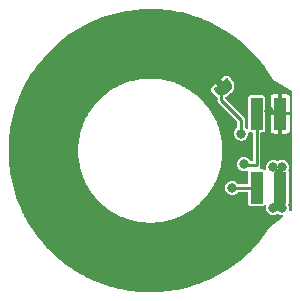
<source format=gbr>
%TF.GenerationSoftware,KiCad,Pcbnew,7.0.7-7.0.7~ubuntu23.04.1*%
%TF.CreationDate,2023-10-17T18:20:03+00:00*%
%TF.ProjectId,pedalboard-led-ring,70656461-6c62-46f6-9172-642d6c65642d,1.1.0-RC1*%
%TF.SameCoordinates,Original*%
%TF.FileFunction,Copper,L2,Bot*%
%TF.FilePolarity,Positive*%
%FSLAX46Y46*%
G04 Gerber Fmt 4.6, Leading zero omitted, Abs format (unit mm)*
G04 Created by KiCad (PCBNEW 7.0.7-7.0.7~ubuntu23.04.1) date 2023-10-17 18:20:03*
%MOMM*%
%LPD*%
G01*
G04 APERTURE LIST*
G04 Aperture macros list*
%AMFreePoly0*
4,1,19,0.500000,-0.750000,0.000000,-0.750000,0.000000,-0.744911,-0.071157,-0.744911,-0.207709,-0.704816,-0.327430,-0.627875,-0.420627,-0.520320,-0.479746,-0.390866,-0.500000,-0.250000,-0.500000,0.250000,-0.479746,0.390866,-0.420627,0.520320,-0.327430,0.627875,-0.207709,0.704816,-0.071157,0.744911,0.000000,0.744911,0.000000,0.750000,0.500000,0.750000,0.500000,-0.750000,0.500000,-0.750000,
$1*%
%AMFreePoly1*
4,1,19,0.000000,0.744911,0.071157,0.744911,0.207709,0.704816,0.327430,0.627875,0.420627,0.520320,0.479746,0.390866,0.500000,0.250000,0.500000,-0.250000,0.479746,-0.390866,0.420627,-0.520320,0.327430,-0.627875,0.207709,-0.704816,0.071157,-0.744911,0.000000,-0.744911,0.000000,-0.750000,-0.500000,-0.750000,-0.500000,0.750000,0.000000,0.750000,0.000000,0.744911,0.000000,0.744911,
$1*%
G04 Aperture macros list end*
%TA.AperFunction,SMDPad,CuDef*%
%ADD10R,1.000000X2.750000*%
%TD*%
%TA.AperFunction,SMDPad,CuDef*%
%ADD11FreePoly0,130.000000*%
%TD*%
%TA.AperFunction,SMDPad,CuDef*%
%ADD12FreePoly1,130.000000*%
%TD*%
%TA.AperFunction,ViaPad*%
%ADD13C,0.800000*%
%TD*%
%TA.AperFunction,Conductor*%
%ADD14C,0.250000*%
%TD*%
G04 APERTURE END LIST*
%TA.AperFunction,EtchedComponent*%
%TO.C,JP1*%
G36*
X86190510Y-54198675D02*
G01*
X85730884Y-54584347D01*
X85409490Y-54201325D01*
X85869116Y-53815653D01*
X86190510Y-54198675D01*
G37*
%TD.AperFunction*%
%TD*%
D10*
%TO.P,J1,1,Pin_1*%
%TO.N,VCC*%
X91000000Y-56875000D03*
%TO.P,J1,2,Pin_2*%
%TO.N,GND*%
X91000000Y-63125000D03*
%TO.P,J1,3,Pin_3*%
%TO.N,Net-(J1-Pin_3)*%
X89000000Y-56875000D03*
%TO.P,J1,4,Pin_4*%
%TO.N,Net-(D12-DOUT)*%
X89000000Y-63125000D03*
%TD*%
D11*
%TO.P,JP1,1,A*%
%TO.N,Net-(D1-VDD)*%
X86217812Y-54697929D03*
D12*
%TO.P,JP1,2,B*%
%TO.N,VCC*%
X85382188Y-53702071D03*
%TD*%
D13*
%TO.N,Net-(D12-DOUT)*%
X86950000Y-63150000D03*
%TO.N,VCC*%
X74000000Y-52000000D03*
X70071797Y-61196152D03*
X76071797Y-69196152D03*
X90079502Y-56650000D03*
X81196152Y-69928203D03*
X83928203Y-50803848D03*
X72000000Y-66000000D03*
X86000000Y-67940000D03*
X70803848Y-56071797D03*
X88000000Y-54000000D03*
X88260000Y-66020000D03*
X78803848Y-50071797D03*
%TO.N,GND*%
X90400000Y-61400000D03*
X91150000Y-61400000D03*
X91150000Y-64850000D03*
X90400000Y-64850000D03*
%TO.N,Net-(D1-VDD)*%
X87698157Y-58551843D03*
%TO.N,Net-(J1-Pin_3)*%
X87910000Y-61150000D03*
%TD*%
D14*
%TO.N,Net-(D12-DOUT)*%
X86950000Y-63150000D02*
X88975000Y-63150000D01*
X88975000Y-63150000D02*
X89000000Y-63125000D01*
%TO.N,GND*%
X91000000Y-64250000D02*
X90400000Y-64850000D01*
X91000000Y-64700000D02*
X91150000Y-64850000D01*
X91100000Y-64900000D02*
X90400000Y-64900000D01*
X91000000Y-63125000D02*
X91000000Y-61550000D01*
X91000000Y-62000000D02*
X90400000Y-61400000D01*
X91000000Y-61550000D02*
X91150000Y-61400000D01*
X91000000Y-63125000D02*
X91000000Y-64700000D01*
%TO.N,Net-(D1-VDD)*%
X87698157Y-58551843D02*
X87698157Y-57398157D01*
X86017812Y-55717812D02*
X86017812Y-54697929D01*
X87698157Y-57398157D02*
X86017812Y-55717812D01*
%TO.N,Net-(J1-Pin_3)*%
X87910000Y-61200000D02*
X89000000Y-61200000D01*
X89000000Y-61200000D02*
X89000000Y-56875000D01*
%TD*%
%TA.AperFunction,Conductor*%
%TO.N,VCC*%
G36*
X80329649Y-48009493D02*
G01*
X80662213Y-48019071D01*
X80664833Y-48019216D01*
X80675246Y-48020070D01*
X81005442Y-48047150D01*
X81238041Y-48067291D01*
X81332588Y-48075478D01*
X81335048Y-48075753D01*
X81362018Y-48079454D01*
X81674614Y-48122351D01*
X81998793Y-48169345D01*
X82000963Y-48169711D01*
X82337916Y-48234840D01*
X82659622Y-48300569D01*
X82993785Y-48384289D01*
X83242335Y-48450175D01*
X83310959Y-48468367D01*
X83640167Y-48570216D01*
X83951871Y-48672373D01*
X84275077Y-48792036D01*
X84580336Y-48911942D01*
X84896588Y-49049073D01*
X85194372Y-49186318D01*
X85502695Y-49340497D01*
X85792081Y-49494649D01*
X86091562Y-49665423D01*
X86272868Y-49775845D01*
X86371594Y-49835973D01*
X86661270Y-50022791D01*
X86931081Y-50209214D01*
X87096830Y-50329392D01*
X87210114Y-50411530D01*
X87468769Y-50613188D01*
X87736340Y-50830405D01*
X87983000Y-51046649D01*
X88238290Y-51278097D01*
X88472187Y-51508267D01*
X88714388Y-51753200D01*
X88934767Y-51996579D01*
X89162393Y-52253382D01*
X89163894Y-52255158D01*
X89369367Y-52510153D01*
X89582406Y-52778676D01*
X89583896Y-52780653D01*
X89774842Y-53047735D01*
X89972367Y-53326692D01*
X89973827Y-53328874D01*
X90151262Y-53609948D01*
X90318589Y-53875902D01*
X90319695Y-53878485D01*
X90326181Y-53888064D01*
X90327828Y-53890667D01*
X90329664Y-53893781D01*
X90341737Y-53899152D01*
X91955276Y-54970893D01*
X91993287Y-55018837D01*
X91999500Y-55053357D01*
X91999500Y-64951943D01*
X91980593Y-65010134D01*
X91962049Y-65029485D01*
X91896850Y-65081237D01*
X91839517Y-65102605D01*
X91780574Y-65086193D01*
X91742535Y-65038270D01*
X91737148Y-64990776D01*
X91755682Y-64850000D01*
X91735044Y-64693238D01*
X91699884Y-64608356D01*
X91694252Y-64551157D01*
X91700500Y-64519748D01*
X91700500Y-61730252D01*
X91700499Y-61730250D01*
X91700499Y-61730244D01*
X91694252Y-61698841D01*
X91699884Y-61641643D01*
X91735044Y-61556762D01*
X91755682Y-61400000D01*
X91735044Y-61243238D01*
X91725689Y-61220652D01*
X91674537Y-61097161D01*
X91674537Y-61097160D01*
X91578286Y-60971723D01*
X91578285Y-60971722D01*
X91578282Y-60971718D01*
X91578277Y-60971714D01*
X91578276Y-60971713D01*
X91491350Y-60905013D01*
X91452841Y-60875464D01*
X91452840Y-60875463D01*
X91452838Y-60875462D01*
X91306766Y-60814957D01*
X91306758Y-60814955D01*
X91150001Y-60794318D01*
X91149999Y-60794318D01*
X90993241Y-60814955D01*
X90993236Y-60814957D01*
X90847164Y-60875462D01*
X90847159Y-60875464D01*
X90835264Y-60884590D01*
X90777591Y-60905013D01*
X90718925Y-60887635D01*
X90714758Y-60884608D01*
X90702841Y-60875464D01*
X90556762Y-60814956D01*
X90556759Y-60814955D01*
X90556758Y-60814955D01*
X90400001Y-60794318D01*
X90399999Y-60794318D01*
X90243241Y-60814955D01*
X90243233Y-60814957D01*
X90097161Y-60875462D01*
X90097160Y-60875462D01*
X89971723Y-60971713D01*
X89971713Y-60971723D01*
X89875462Y-61097160D01*
X89875462Y-61097161D01*
X89814957Y-61243233D01*
X89814955Y-61243241D01*
X89794318Y-61399999D01*
X89794318Y-61400000D01*
X89810105Y-61519919D01*
X89798955Y-61580080D01*
X89754572Y-61622197D01*
X89693910Y-61630183D01*
X89653838Y-61609100D01*
X89652659Y-61610865D01*
X89578233Y-61561134D01*
X89578231Y-61561133D01*
X89578228Y-61561132D01*
X89578227Y-61561132D01*
X89519758Y-61549501D01*
X89519748Y-61549500D01*
X89345544Y-61549500D01*
X89287353Y-61530593D01*
X89251389Y-61481093D01*
X89251389Y-61419907D01*
X89259800Y-61401012D01*
X89260385Y-61399999D01*
X89263318Y-61394918D01*
X89273221Y-61380775D01*
X89286238Y-61365263D01*
X89286237Y-61365263D01*
X89286240Y-61365261D01*
X89293173Y-61346211D01*
X89300459Y-61330588D01*
X89310588Y-61313045D01*
X89314104Y-61293096D01*
X89318572Y-61276426D01*
X89325500Y-61257394D01*
X89325500Y-61142606D01*
X89325500Y-61142605D01*
X89325500Y-58549499D01*
X89344407Y-58491309D01*
X89393907Y-58455345D01*
X89424500Y-58450500D01*
X89519747Y-58450500D01*
X89519748Y-58450500D01*
X89578231Y-58438867D01*
X89644552Y-58394552D01*
X89688867Y-58328231D01*
X89700500Y-58269748D01*
X89700500Y-57025000D01*
X90200001Y-57025000D01*
X90200001Y-58294791D01*
X90202909Y-58319874D01*
X90248213Y-58422477D01*
X90327522Y-58501786D01*
X90430127Y-58547090D01*
X90455203Y-58549999D01*
X90849998Y-58549999D01*
X90850000Y-58549998D01*
X91150000Y-58549998D01*
X91150001Y-58549999D01*
X91544790Y-58549999D01*
X91544791Y-58549998D01*
X91569874Y-58547090D01*
X91672477Y-58501786D01*
X91751786Y-58422477D01*
X91797090Y-58319872D01*
X91799999Y-58294797D01*
X91800000Y-58294794D01*
X91800000Y-57025001D01*
X91799999Y-57025000D01*
X91150001Y-57025000D01*
X91150000Y-57025001D01*
X91150000Y-58549998D01*
X90850000Y-58549998D01*
X90850000Y-57025001D01*
X90849999Y-57025000D01*
X90200001Y-57025000D01*
X89700500Y-57025000D01*
X89700500Y-56724999D01*
X90200000Y-56724999D01*
X90200001Y-56725000D01*
X90849999Y-56725000D01*
X90850000Y-56724999D01*
X90850000Y-55200000D01*
X91150000Y-55200000D01*
X91150000Y-56724999D01*
X91150001Y-56725000D01*
X91799998Y-56725000D01*
X91799999Y-56724998D01*
X91799999Y-55455209D01*
X91799998Y-55455208D01*
X91797090Y-55430125D01*
X91751786Y-55327522D01*
X91672477Y-55248213D01*
X91569872Y-55202909D01*
X91544797Y-55200000D01*
X91150000Y-55200000D01*
X90850000Y-55200000D01*
X90455210Y-55200000D01*
X90455207Y-55200001D01*
X90430125Y-55202909D01*
X90327522Y-55248213D01*
X90248213Y-55327522D01*
X90202909Y-55430127D01*
X90200000Y-55455202D01*
X90200000Y-56724999D01*
X89700500Y-56724999D01*
X89700500Y-55480252D01*
X89688867Y-55421769D01*
X89644552Y-55355448D01*
X89644548Y-55355445D01*
X89578233Y-55311134D01*
X89578231Y-55311133D01*
X89578228Y-55311132D01*
X89578227Y-55311132D01*
X89519758Y-55299501D01*
X89519748Y-55299500D01*
X88480252Y-55299500D01*
X88480251Y-55299500D01*
X88480241Y-55299501D01*
X88421772Y-55311132D01*
X88421766Y-55311134D01*
X88355451Y-55355445D01*
X88355445Y-55355451D01*
X88311134Y-55421766D01*
X88311132Y-55421772D01*
X88299501Y-55480241D01*
X88299500Y-55480253D01*
X88299500Y-58057614D01*
X88280593Y-58115805D01*
X88231093Y-58151769D01*
X88169907Y-58151769D01*
X88130496Y-58127618D01*
X88126437Y-58123559D01*
X88062389Y-58074413D01*
X88027734Y-58023988D01*
X88023657Y-57995871D01*
X88023657Y-57414530D01*
X88023844Y-57410229D01*
X88027421Y-57369350D01*
X88016797Y-57329705D01*
X88015867Y-57325505D01*
X88008745Y-57285112D01*
X88007997Y-57283816D01*
X87998099Y-57259924D01*
X87997711Y-57258473D01*
X87997709Y-57258470D01*
X87997708Y-57258468D01*
X87974182Y-57224869D01*
X87971860Y-57221225D01*
X87951350Y-57185700D01*
X87927181Y-57165421D01*
X87919922Y-57159330D01*
X87916745Y-57156418D01*
X86374802Y-55614476D01*
X86347025Y-55559959D01*
X86356596Y-55499527D01*
X86392612Y-55460349D01*
X86458768Y-55419302D01*
X86458773Y-55419298D01*
X86458780Y-55419294D01*
X86503352Y-55381894D01*
X86512973Y-55371138D01*
X86523102Y-55361323D01*
X86818112Y-55113781D01*
X86829540Y-55105507D01*
X86841804Y-55097899D01*
X86886375Y-55060499D01*
X86982242Y-54953346D01*
X87014473Y-54904902D01*
X87076268Y-54775081D01*
X87093544Y-54719520D01*
X87093544Y-54719516D01*
X87093546Y-54719512D01*
X87116260Y-54577560D01*
X87116261Y-54577553D01*
X87116262Y-54577548D01*
X87117185Y-54519367D01*
X87098983Y-54376746D01*
X87083479Y-54320665D01*
X87073064Y-54296868D01*
X87043350Y-54228971D01*
X87025834Y-54188947D01*
X87025832Y-54188944D01*
X87025831Y-54188941D01*
X86995157Y-54139506D01*
X86995156Y-54139505D01*
X86995155Y-54139503D01*
X86959114Y-54096552D01*
X86948945Y-54084433D01*
X86808715Y-53917314D01*
X86627553Y-53701412D01*
X86565346Y-53651486D01*
X86565343Y-53651484D01*
X86488771Y-53629166D01*
X86488769Y-53629166D01*
X86457053Y-53632639D01*
X86409476Y-53637850D01*
X86339552Y-53676211D01*
X86000539Y-53960675D01*
X85989105Y-53968955D01*
X85976841Y-53976565D01*
X85932278Y-54013958D01*
X85932272Y-54013964D01*
X85922646Y-54024722D01*
X85912506Y-54034545D01*
X85617520Y-54282067D01*
X85606086Y-54290348D01*
X85593815Y-54297962D01*
X85593810Y-54297966D01*
X85549257Y-54335350D01*
X85549245Y-54335361D01*
X85539617Y-54346122D01*
X85529479Y-54355942D01*
X85190483Y-54640393D01*
X85190479Y-54640397D01*
X85140556Y-54702599D01*
X85140555Y-54702601D01*
X85118235Y-54779179D01*
X85126918Y-54858470D01*
X85165283Y-54928399D01*
X85165284Y-54928400D01*
X85440468Y-55256354D01*
X85510386Y-55339678D01*
X85532885Y-55366492D01*
X85576249Y-55405290D01*
X85648149Y-55453125D01*
X85686124Y-55501099D01*
X85692312Y-55535550D01*
X85692312Y-55701437D01*
X85692124Y-55705739D01*
X85689241Y-55738694D01*
X85688548Y-55746618D01*
X85699166Y-55786248D01*
X85700101Y-55790464D01*
X85707223Y-55830857D01*
X85707976Y-55832160D01*
X85717866Y-55856036D01*
X85718255Y-55857491D01*
X85718258Y-55857496D01*
X85741783Y-55891093D01*
X85744104Y-55894736D01*
X85764618Y-55930267D01*
X85796036Y-55956630D01*
X85799222Y-55959549D01*
X86253725Y-56414051D01*
X87343662Y-57503988D01*
X87371438Y-57558503D01*
X87372657Y-57573990D01*
X87372657Y-57995871D01*
X87353750Y-58054062D01*
X87333925Y-58074413D01*
X87269875Y-58123560D01*
X87173619Y-58249003D01*
X87173619Y-58249004D01*
X87113114Y-58395076D01*
X87113112Y-58395084D01*
X87092475Y-58551842D01*
X87092475Y-58551843D01*
X87113112Y-58708601D01*
X87113114Y-58708609D01*
X87173619Y-58854681D01*
X87173619Y-58854682D01*
X87269870Y-58980119D01*
X87269875Y-58980125D01*
X87395316Y-59076379D01*
X87395317Y-59076379D01*
X87395318Y-59076380D01*
X87541390Y-59136885D01*
X87541395Y-59136887D01*
X87658966Y-59152365D01*
X87698156Y-59157525D01*
X87698157Y-59157525D01*
X87698158Y-59157525D01*
X87729509Y-59153397D01*
X87854919Y-59136887D01*
X88000998Y-59076379D01*
X88126439Y-58980125D01*
X88222693Y-58854684D01*
X88283201Y-58708605D01*
X88303839Y-58551843D01*
X88303427Y-58548717D01*
X88303839Y-58546496D01*
X88303839Y-58545354D01*
X88304051Y-58545354D01*
X88314572Y-58488559D01*
X88358950Y-58446438D01*
X88419612Y-58438446D01*
X88420894Y-58438693D01*
X88480241Y-58450498D01*
X88480246Y-58450498D01*
X88480252Y-58450500D01*
X88575500Y-58450500D01*
X88633691Y-58469407D01*
X88669655Y-58518907D01*
X88674500Y-58549500D01*
X88674500Y-60775500D01*
X88655593Y-60833691D01*
X88606093Y-60869655D01*
X88575500Y-60874500D01*
X88504336Y-60874500D01*
X88446145Y-60855593D01*
X88425796Y-60835769D01*
X88338282Y-60721718D01*
X88338277Y-60721714D01*
X88338276Y-60721713D01*
X88212838Y-60625462D01*
X88066766Y-60564957D01*
X88066758Y-60564955D01*
X87910001Y-60544318D01*
X87909999Y-60544318D01*
X87753241Y-60564955D01*
X87753233Y-60564957D01*
X87607161Y-60625462D01*
X87607160Y-60625462D01*
X87481723Y-60721713D01*
X87481713Y-60721723D01*
X87385462Y-60847160D01*
X87385462Y-60847161D01*
X87324957Y-60993233D01*
X87324955Y-60993241D01*
X87304318Y-61149999D01*
X87304318Y-61150000D01*
X87324955Y-61306758D01*
X87324957Y-61306766D01*
X87385462Y-61452838D01*
X87385462Y-61452839D01*
X87465205Y-61556762D01*
X87481718Y-61578282D01*
X87607159Y-61674536D01*
X87607160Y-61674536D01*
X87607161Y-61674537D01*
X87753233Y-61735042D01*
X87753238Y-61735044D01*
X87870809Y-61750522D01*
X87909999Y-61755682D01*
X87910000Y-61755682D01*
X87910001Y-61755682D01*
X87941352Y-61751554D01*
X88066762Y-61735044D01*
X88162616Y-61695339D01*
X88223611Y-61690539D01*
X88275780Y-61722508D01*
X88299195Y-61779036D01*
X88299500Y-61786804D01*
X88299500Y-62725500D01*
X88280593Y-62783691D01*
X88231093Y-62819655D01*
X88200500Y-62824500D01*
X87505970Y-62824500D01*
X87447779Y-62805593D01*
X87427428Y-62785767D01*
X87378285Y-62721722D01*
X87378282Y-62721718D01*
X87378277Y-62721714D01*
X87378276Y-62721713D01*
X87252838Y-62625462D01*
X87106766Y-62564957D01*
X87106758Y-62564955D01*
X86950001Y-62544318D01*
X86949999Y-62544318D01*
X86793241Y-62564955D01*
X86793233Y-62564957D01*
X86647161Y-62625462D01*
X86647160Y-62625462D01*
X86521723Y-62721713D01*
X86521713Y-62721723D01*
X86425462Y-62847160D01*
X86425462Y-62847161D01*
X86364957Y-62993233D01*
X86364955Y-62993241D01*
X86344318Y-63149999D01*
X86344318Y-63150000D01*
X86364955Y-63306758D01*
X86364957Y-63306766D01*
X86425462Y-63452838D01*
X86425462Y-63452839D01*
X86495341Y-63543907D01*
X86521718Y-63578282D01*
X86521722Y-63578285D01*
X86521723Y-63578286D01*
X86551082Y-63600813D01*
X86647159Y-63674536D01*
X86793238Y-63735044D01*
X86910809Y-63750522D01*
X86949999Y-63755682D01*
X86950000Y-63755682D01*
X86950001Y-63755682D01*
X86981352Y-63751554D01*
X87106762Y-63735044D01*
X87252841Y-63674536D01*
X87378282Y-63578282D01*
X87427428Y-63514232D01*
X87477852Y-63479577D01*
X87505970Y-63475500D01*
X88200500Y-63475500D01*
X88258691Y-63494407D01*
X88294655Y-63543907D01*
X88299500Y-63574500D01*
X88299500Y-64519746D01*
X88299501Y-64519758D01*
X88311132Y-64578227D01*
X88311134Y-64578233D01*
X88355445Y-64644548D01*
X88355448Y-64644552D01*
X88421769Y-64688867D01*
X88466231Y-64697711D01*
X88480241Y-64700498D01*
X88480246Y-64700498D01*
X88480252Y-64700500D01*
X88480253Y-64700500D01*
X89519747Y-64700500D01*
X89519748Y-64700500D01*
X89578231Y-64688867D01*
X89644552Y-64644552D01*
X89644552Y-64644551D01*
X89652659Y-64639135D01*
X89653937Y-64641048D01*
X89696454Y-64619379D01*
X89756887Y-64628943D01*
X89800156Y-64672203D01*
X89810105Y-64730080D01*
X89794318Y-64849999D01*
X89794318Y-64850000D01*
X89814955Y-65006758D01*
X89814957Y-65006766D01*
X89875462Y-65152838D01*
X89875462Y-65152839D01*
X89875464Y-65152841D01*
X89971718Y-65278282D01*
X90097159Y-65374536D01*
X90243238Y-65435044D01*
X90360809Y-65450522D01*
X90399999Y-65455682D01*
X90400000Y-65455682D01*
X90400001Y-65455682D01*
X90431352Y-65451554D01*
X90556762Y-65435044D01*
X90702841Y-65374536D01*
X90714731Y-65365411D01*
X90772407Y-65344987D01*
X90831073Y-65362363D01*
X90835258Y-65365404D01*
X90847159Y-65374536D01*
X90993238Y-65435044D01*
X91150000Y-65455682D01*
X91150001Y-65455681D01*
X91154416Y-65456263D01*
X91209641Y-65482604D01*
X91238836Y-65536374D01*
X91230850Y-65597036D01*
X91203044Y-65631957D01*
X90080960Y-66522629D01*
X90067922Y-66528784D01*
X90063854Y-66535047D01*
X90062594Y-66536763D01*
X90060955Y-66539392D01*
X89887469Y-66790921D01*
X89679996Y-67090680D01*
X89678428Y-67092822D01*
X89471795Y-67359588D01*
X89260750Y-67629321D01*
X89259164Y-67631245D01*
X89035156Y-67889602D01*
X88811582Y-68143261D01*
X88809999Y-68144975D01*
X88570765Y-68391907D01*
X88333161Y-68631638D01*
X88079128Y-68866388D01*
X87828605Y-69091193D01*
X87561555Y-69311919D01*
X87298785Y-69521315D01*
X87019615Y-69727205D01*
X86745382Y-69920643D01*
X86455091Y-70110915D01*
X86170145Y-70287908D01*
X85869730Y-70461892D01*
X85574965Y-70621896D01*
X85265397Y-70779023D01*
X84961718Y-70921546D01*
X84644051Y-71061290D01*
X84332399Y-71185876D01*
X84007658Y-71307803D01*
X83688948Y-71414053D01*
X83358308Y-71517752D01*
X83033390Y-71605330D01*
X82698061Y-71690474D01*
X82367644Y-71759098D01*
X82030221Y-71825181D01*
X82027921Y-71825576D01*
X81693408Y-71874857D01*
X81354695Y-71921947D01*
X81352218Y-71922228D01*
X81011097Y-71952243D01*
X80674786Y-71980182D01*
X80672136Y-71980331D01*
X80307475Y-71991002D01*
X80001401Y-71999461D01*
X79998619Y-71999459D01*
X79316373Y-71979969D01*
X79313550Y-71979808D01*
X78765173Y-71932708D01*
X78629748Y-71920859D01*
X78627017Y-71920544D01*
X78158630Y-71853200D01*
X77945296Y-71821950D01*
X77942640Y-71821487D01*
X77512394Y-71734309D01*
X77267690Y-71683780D01*
X77265116Y-71683177D01*
X76858829Y-71576384D01*
X76599189Y-71506812D01*
X76596704Y-71506076D01*
X76208485Y-71379937D01*
X75942009Y-71291636D01*
X75939620Y-71290775D01*
X75566908Y-71145667D01*
X75298325Y-71038965D01*
X75296037Y-71037989D01*
X75082841Y-70940627D01*
X74937606Y-70874301D01*
X74670265Y-70749637D01*
X74668098Y-70748561D01*
X74323640Y-70566810D01*
X74282773Y-70544775D01*
X74059888Y-70424596D01*
X74057891Y-70423456D01*
X73789982Y-70261901D01*
X73727386Y-70224154D01*
X73469352Y-70064996D01*
X73467398Y-70063726D01*
X73151161Y-69847489D01*
X72900473Y-69671955D01*
X72898638Y-69670606D01*
X72597123Y-69438103D01*
X72355193Y-69246809D01*
X72353479Y-69245390D01*
X72067160Y-68997294D01*
X71834520Y-68790262D01*
X71563143Y-68526527D01*
X71341847Y-68305231D01*
X71193192Y-68143261D01*
X71086889Y-68027436D01*
X70877931Y-67792631D01*
X70639994Y-67501648D01*
X70444310Y-67254164D01*
X70223955Y-66950871D01*
X70042453Y-66691659D01*
X69840200Y-66376949D01*
X69673660Y-66106945D01*
X69490066Y-65781844D01*
X69399648Y-65614154D01*
X69339159Y-65501969D01*
X69306253Y-65435042D01*
X69174684Y-65167444D01*
X69040078Y-64878779D01*
X68895166Y-64535877D01*
X68777376Y-64239380D01*
X68754584Y-64175501D01*
X68652430Y-63889197D01*
X68551945Y-63585948D01*
X68543582Y-63557468D01*
X68447291Y-63229530D01*
X68364529Y-62920658D01*
X68280456Y-62559117D01*
X68215738Y-62245686D01*
X68209407Y-62209105D01*
X68152476Y-61880130D01*
X68144883Y-61828286D01*
X68106071Y-61563324D01*
X68063796Y-61194888D01*
X68046155Y-60993241D01*
X68035877Y-60875776D01*
X68014711Y-60505621D01*
X68005393Y-60185346D01*
X68005393Y-60000000D01*
X73894548Y-60000000D01*
X73901815Y-60180342D01*
X73902474Y-60196682D01*
X73902474Y-60245717D01*
X73906420Y-60294603D01*
X73914346Y-60491285D01*
X73914346Y-60491291D01*
X73914347Y-60491296D01*
X73938070Y-60686674D01*
X73942019Y-60735580D01*
X73942019Y-60735581D01*
X73949887Y-60783992D01*
X73973611Y-60979379D01*
X74012985Y-61172247D01*
X74020851Y-61220647D01*
X74032587Y-61268263D01*
X74034252Y-61276419D01*
X74071959Y-61461122D01*
X74071962Y-61461134D01*
X74126726Y-61650203D01*
X74138462Y-61697816D01*
X74153990Y-61744329D01*
X74177513Y-61825539D01*
X74208756Y-61933401D01*
X74208759Y-61933410D01*
X74208760Y-61933412D01*
X74278549Y-62117432D01*
X74294087Y-62163970D01*
X74294087Y-62163971D01*
X74313317Y-62209105D01*
X74383106Y-62393124D01*
X74383110Y-62393133D01*
X74432892Y-62498047D01*
X74467486Y-62570953D01*
X74486717Y-62616088D01*
X74509513Y-62659523D01*
X74593892Y-62837347D01*
X74692298Y-63007792D01*
X74715104Y-63051244D01*
X74741325Y-63092710D01*
X74811630Y-63214480D01*
X74839733Y-63263155D01*
X74839736Y-63263159D01*
X74839737Y-63263161D01*
X74951532Y-63425124D01*
X74977759Y-63466598D01*
X74977767Y-63466610D01*
X75007230Y-63505817D01*
X75119041Y-63667803D01*
X75151901Y-63708049D01*
X75243523Y-63820266D01*
X75272992Y-63859482D01*
X75292162Y-63881120D01*
X75305518Y-63896197D01*
X75430001Y-64048661D01*
X75566359Y-64190625D01*
X75598877Y-64227330D01*
X75634250Y-64261307D01*
X75770602Y-64403264D01*
X75917921Y-64533778D01*
X75953310Y-64567769D01*
X75991304Y-64598789D01*
X76074171Y-64672203D01*
X76138634Y-64729313D01*
X76138634Y-64729312D01*
X76295981Y-64847551D01*
X76298981Y-64850000D01*
X76333985Y-64878580D01*
X76333988Y-64878582D01*
X76374358Y-64906447D01*
X76403702Y-64928498D01*
X76531704Y-65024686D01*
X76698058Y-65129882D01*
X76738435Y-65157752D01*
X76780916Y-65182278D01*
X76947274Y-65287477D01*
X77121564Y-65378951D01*
X77164038Y-65403474D01*
X77208356Y-65424503D01*
X77228436Y-65435042D01*
X77382632Y-65515970D01*
X77382631Y-65515970D01*
X77382637Y-65515972D01*
X77382638Y-65515973D01*
X77563717Y-65593123D01*
X77608033Y-65614152D01*
X77653903Y-65631548D01*
X77834977Y-65708697D01*
X77834981Y-65708698D01*
X77834982Y-65708699D01*
X77892391Y-65727864D01*
X78021697Y-65771033D01*
X78067541Y-65788420D01*
X78080332Y-65792125D01*
X78114653Y-65802067D01*
X78301349Y-65864395D01*
X78301350Y-65864395D01*
X78301353Y-65864395D01*
X78301357Y-65864397D01*
X78492471Y-65911502D01*
X78519988Y-65919473D01*
X78539584Y-65925150D01*
X78561493Y-65929622D01*
X78587649Y-65934962D01*
X78778753Y-65982065D01*
X78778755Y-65982065D01*
X78778758Y-65982066D01*
X78778757Y-65982066D01*
X78817338Y-65988335D01*
X78973054Y-66013641D01*
X79021094Y-66023450D01*
X79069777Y-66029360D01*
X79189161Y-66048762D01*
X79264071Y-66060937D01*
X79315638Y-66065099D01*
X79460270Y-66076775D01*
X79508955Y-66082687D01*
X79557952Y-66084660D01*
X79754158Y-66100500D01*
X79754163Y-66100500D01*
X79950967Y-66100500D01*
X80000000Y-66102476D01*
X80049033Y-66100500D01*
X80245837Y-66100500D01*
X80245842Y-66100500D01*
X80442050Y-66084660D01*
X80491045Y-66082687D01*
X80539732Y-66076774D01*
X80683022Y-66065207D01*
X80735929Y-66060937D01*
X80819819Y-66047302D01*
X80930212Y-66029362D01*
X80978906Y-66023450D01*
X81026959Y-66013639D01*
X81221247Y-65982065D01*
X81412360Y-65934959D01*
X81441483Y-65929014D01*
X81460416Y-65925150D01*
X81475649Y-65920737D01*
X81507515Y-65911505D01*
X81698643Y-65864397D01*
X81698646Y-65864395D01*
X81698650Y-65864395D01*
X81698651Y-65864395D01*
X81763570Y-65842721D01*
X81885369Y-65802058D01*
X81895469Y-65799134D01*
X81932448Y-65788424D01*
X81932459Y-65788420D01*
X81978308Y-65771031D01*
X82107444Y-65727919D01*
X82165018Y-65708699D01*
X82165018Y-65708698D01*
X82165023Y-65708697D01*
X82346113Y-65631541D01*
X82381359Y-65618174D01*
X82391968Y-65614152D01*
X82407583Y-65606742D01*
X82436278Y-65593125D01*
X82617362Y-65515973D01*
X82617362Y-65515972D01*
X82617369Y-65515970D01*
X82617368Y-65515970D01*
X82791657Y-65424496D01*
X82835962Y-65403474D01*
X82878424Y-65378957D01*
X83052726Y-65287477D01*
X83219100Y-65182267D01*
X83261565Y-65157752D01*
X83301942Y-65129882D01*
X83378867Y-65081237D01*
X83468292Y-65024688D01*
X83468294Y-65024686D01*
X83468301Y-65024682D01*
X83513426Y-64990772D01*
X83625653Y-64906438D01*
X83663227Y-64880503D01*
X83666018Y-64878578D01*
X83701020Y-64849999D01*
X83704002Y-64847562D01*
X83861365Y-64729313D01*
X83861366Y-64729312D01*
X83861366Y-64729313D01*
X83902085Y-64693238D01*
X84008698Y-64598786D01*
X84035563Y-64576854D01*
X84046686Y-64567773D01*
X84046685Y-64567773D01*
X84046690Y-64567769D01*
X84082053Y-64533800D01*
X84229395Y-64403267D01*
X84229397Y-64403265D01*
X84229398Y-64403265D01*
X84322042Y-64306810D01*
X84365755Y-64261300D01*
X84394500Y-64233692D01*
X84401118Y-64227336D01*
X84411053Y-64216120D01*
X84433625Y-64190640D01*
X84569996Y-64048664D01*
X84569995Y-64048664D01*
X84569999Y-64048661D01*
X84694481Y-63896197D01*
X84727009Y-63859481D01*
X84727009Y-63859482D01*
X84737098Y-63846053D01*
X84756470Y-63820273D01*
X84880959Y-63667803D01*
X84992771Y-63505813D01*
X85022239Y-63466601D01*
X85048455Y-63425141D01*
X85160263Y-63263161D01*
X85160269Y-63263153D01*
X85189939Y-63211760D01*
X85258681Y-63092696D01*
X85275394Y-63066268D01*
X85284901Y-63051236D01*
X85307701Y-63007792D01*
X85358021Y-62920635D01*
X85406109Y-62837345D01*
X85407422Y-62834579D01*
X85431568Y-62783691D01*
X85490498Y-62659498D01*
X85513284Y-62616086D01*
X85513286Y-62616082D01*
X85513286Y-62616083D01*
X85532513Y-62570953D01*
X85616890Y-62393133D01*
X85686689Y-62209087D01*
X85705914Y-62163968D01*
X85721438Y-62117461D01*
X85768850Y-61992450D01*
X85791245Y-61933401D01*
X85808802Y-61872780D01*
X85846013Y-61744313D01*
X85861538Y-61697815D01*
X85873266Y-61650227D01*
X85928039Y-61461130D01*
X85928039Y-61461126D01*
X85928041Y-61461122D01*
X85928041Y-61461123D01*
X85943088Y-61387413D01*
X85967415Y-61268250D01*
X85979148Y-61220652D01*
X85987013Y-61172253D01*
X86026388Y-60979383D01*
X86050115Y-60783969D01*
X86057982Y-60735572D01*
X86061929Y-60686674D01*
X86085654Y-60491285D01*
X86093580Y-60294602D01*
X86097526Y-60245722D01*
X86098183Y-60180358D01*
X86105452Y-60000000D01*
X86098183Y-59819643D01*
X86097526Y-59754277D01*
X86097205Y-59750313D01*
X86093580Y-59705395D01*
X86085654Y-59508715D01*
X86061928Y-59313317D01*
X86057983Y-59264430D01*
X86053737Y-59238313D01*
X86050113Y-59216009D01*
X86026388Y-59020617D01*
X85987012Y-58827740D01*
X85979148Y-58779350D01*
X85967416Y-58731753D01*
X85930688Y-58551845D01*
X85928041Y-58538877D01*
X85928041Y-58538878D01*
X85928040Y-58538877D01*
X85922256Y-58518907D01*
X85873272Y-58349795D01*
X85861537Y-58302184D01*
X85861536Y-58302178D01*
X85861536Y-58302177D01*
X85846009Y-58255670D01*
X85791245Y-58066599D01*
X85721449Y-57882566D01*
X85705916Y-57836037D01*
X85705916Y-57836036D01*
X85701033Y-57824577D01*
X85686689Y-57790911D01*
X85642475Y-57674329D01*
X85616894Y-57606875D01*
X85616893Y-57606875D01*
X85616890Y-57606867D01*
X85532513Y-57429046D01*
X85513281Y-57383907D01*
X85513281Y-57383908D01*
X85490486Y-57340476D01*
X85406109Y-57162655D01*
X85403387Y-57157941D01*
X85326634Y-57025001D01*
X85307701Y-56992207D01*
X85284899Y-56948762D01*
X85258673Y-56907289D01*
X85160267Y-56736845D01*
X85048462Y-56574867D01*
X85030831Y-56546986D01*
X85022244Y-56533406D01*
X85022236Y-56533396D01*
X84992765Y-56494176D01*
X84880961Y-56332200D01*
X84756476Y-56179733D01*
X84727008Y-56140518D01*
X84706455Y-56117319D01*
X84694481Y-56103802D01*
X84569999Y-55951339D01*
X84433640Y-55809374D01*
X84401123Y-55772670D01*
X84401120Y-55772667D01*
X84365751Y-55738694D01*
X84365750Y-55738693D01*
X84229398Y-55596736D01*
X84213877Y-55582986D01*
X84082073Y-55466217D01*
X84075964Y-55460349D01*
X84046690Y-55432231D01*
X84008678Y-55401194D01*
X83924452Y-55326578D01*
X83861366Y-55270687D01*
X83861366Y-55270688D01*
X83861365Y-55270687D01*
X83767298Y-55200000D01*
X83704018Y-55152448D01*
X83666021Y-55121425D01*
X83666015Y-55121420D01*
X83625637Y-55093549D01*
X83526213Y-55018837D01*
X83468292Y-54975312D01*
X83468289Y-54975310D01*
X83468290Y-54975310D01*
X83301940Y-54870117D01*
X83261570Y-54842251D01*
X83219079Y-54817718D01*
X83118190Y-54753920D01*
X83052726Y-54712523D01*
X83052722Y-54712520D01*
X83052719Y-54712519D01*
X83052718Y-54712518D01*
X82878445Y-54621053D01*
X82862263Y-54611710D01*
X82835962Y-54596526D01*
X82835952Y-54596521D01*
X82835950Y-54596520D01*
X82791641Y-54575495D01*
X82617369Y-54484030D01*
X82617368Y-54484030D01*
X82617362Y-54484027D01*
X82436285Y-54406877D01*
X82417574Y-54397999D01*
X82391968Y-54385848D01*
X82391969Y-54385849D01*
X82391967Y-54385848D01*
X82346096Y-54368451D01*
X82293688Y-54346122D01*
X82165023Y-54291303D01*
X82165017Y-54291301D01*
X82165010Y-54291298D01*
X82165011Y-54291298D01*
X81978315Y-54228971D01*
X81932466Y-54211582D01*
X81932467Y-54211582D01*
X81885347Y-54197933D01*
X81698647Y-54135604D01*
X81507540Y-54088500D01*
X81460422Y-54074852D01*
X81460420Y-54074851D01*
X81460418Y-54074851D01*
X81412353Y-54065038D01*
X81270172Y-54029994D01*
X81221247Y-54017935D01*
X81221244Y-54017934D01*
X81221243Y-54017934D01*
X81026965Y-53986361D01*
X80978902Y-53976549D01*
X80930210Y-53970637D01*
X80735926Y-53939063D01*
X80539745Y-53923226D01*
X80491056Y-53917314D01*
X80491051Y-53917313D01*
X80491045Y-53917313D01*
X80469087Y-53916428D01*
X80442027Y-53915337D01*
X80328818Y-53906198D01*
X80245842Y-53899500D01*
X80049010Y-53899500D01*
X80000000Y-53897525D01*
X79950990Y-53899500D01*
X79754158Y-53899500D01*
X79680491Y-53905447D01*
X79557972Y-53915337D01*
X79531067Y-53916421D01*
X79508955Y-53917313D01*
X79508947Y-53917313D01*
X79508945Y-53917314D01*
X79508946Y-53917314D01*
X79460254Y-53923226D01*
X79264074Y-53939063D01*
X79069789Y-53970637D01*
X79021100Y-53976549D01*
X79021096Y-53976549D01*
X79021094Y-53976550D01*
X79005795Y-53979673D01*
X78973034Y-53986361D01*
X78778757Y-54017934D01*
X78778755Y-54017934D01*
X78778753Y-54017935D01*
X78729828Y-54029994D01*
X78587648Y-54065038D01*
X78558058Y-54071078D01*
X78539582Y-54074851D01*
X78539579Y-54074851D01*
X78539578Y-54074852D01*
X78492459Y-54088500D01*
X78301353Y-54135604D01*
X78114652Y-54197933D01*
X78067538Y-54211581D01*
X78021683Y-54228971D01*
X77834978Y-54291302D01*
X77834979Y-54291302D01*
X77653897Y-54368454D01*
X77608036Y-54385847D01*
X77608035Y-54385847D01*
X77563714Y-54406877D01*
X77461031Y-54450626D01*
X77382638Y-54484027D01*
X77382632Y-54484030D01*
X77382631Y-54484030D01*
X77208358Y-54575494D01*
X77164032Y-54596529D01*
X77164031Y-54596530D01*
X77121555Y-54621053D01*
X77029106Y-54669574D01*
X76947274Y-54712523D01*
X76947272Y-54712524D01*
X76780921Y-54817718D01*
X76738440Y-54842245D01*
X76738441Y-54842244D01*
X76698058Y-54870117D01*
X76531710Y-54975310D01*
X76531711Y-54975310D01*
X76374362Y-55093549D01*
X76333978Y-55121425D01*
X76333979Y-55121425D01*
X76295981Y-55152448D01*
X76138634Y-55270687D01*
X75991317Y-55401199D01*
X75953313Y-55432228D01*
X75917924Y-55466219D01*
X75770602Y-55596736D01*
X75634249Y-55738694D01*
X75598882Y-55772664D01*
X75566359Y-55809374D01*
X75502110Y-55876264D01*
X75430004Y-55951336D01*
X75429996Y-55951346D01*
X75429995Y-55951346D01*
X75305518Y-56103802D01*
X75272993Y-56140516D01*
X75243523Y-56179733D01*
X75162084Y-56279477D01*
X75119041Y-56332197D01*
X75021145Y-56474023D01*
X75007235Y-56494176D01*
X74977761Y-56533399D01*
X74977757Y-56533406D01*
X74951538Y-56574867D01*
X74839733Y-56736845D01*
X74820357Y-56770406D01*
X74741326Y-56907289D01*
X74715101Y-56948762D01*
X74692298Y-56992207D01*
X74593892Y-57162653D01*
X74509513Y-57340476D01*
X74495127Y-57367886D01*
X74486716Y-57383914D01*
X74486715Y-57383917D01*
X74467486Y-57429046D01*
X74383110Y-57606865D01*
X74313317Y-57790894D01*
X74313317Y-57790895D01*
X74294086Y-57836032D01*
X74286726Y-57858076D01*
X74278550Y-57882566D01*
X74208758Y-58066593D01*
X74208758Y-58066592D01*
X74153990Y-58255670D01*
X74138462Y-58302184D01*
X74126726Y-58349796D01*
X74077743Y-58518907D01*
X74071961Y-58538870D01*
X74071670Y-58540294D01*
X74032587Y-58731736D01*
X74020852Y-58779348D01*
X74020851Y-58779355D01*
X74020851Y-58779354D01*
X74012985Y-58827752D01*
X73973611Y-59020621D01*
X73949887Y-59216006D01*
X73942019Y-59264421D01*
X73938070Y-59313325D01*
X73914347Y-59508705D01*
X73914346Y-59508715D01*
X73914327Y-59509194D01*
X73906420Y-59705395D01*
X73902475Y-59754277D01*
X73902474Y-59754284D01*
X73902474Y-59803317D01*
X73894548Y-60000000D01*
X68005393Y-60000000D01*
X68005393Y-59814653D01*
X68005723Y-59803317D01*
X68014710Y-59494396D01*
X68035877Y-59124226D01*
X68063794Y-58805129D01*
X68106073Y-58436657D01*
X68152475Y-58119876D01*
X68215743Y-57754286D01*
X68280451Y-57440904D01*
X68364526Y-57079354D01*
X68447288Y-56770477D01*
X68551946Y-56414046D01*
X68579067Y-56332201D01*
X68652417Y-56110839D01*
X68777381Y-55760604D01*
X68895153Y-55464152D01*
X69040076Y-55121225D01*
X69174670Y-54832583D01*
X69339166Y-54498015D01*
X69490040Y-54218201D01*
X69673662Y-53893049D01*
X69840192Y-53623063D01*
X70025104Y-53335336D01*
X70042453Y-53308340D01*
X70223955Y-53049128D01*
X70224967Y-53047735D01*
X70444324Y-52745815D01*
X70639964Y-52498388D01*
X70877933Y-52207365D01*
X71086848Y-51972608D01*
X71341858Y-51694756D01*
X71563107Y-51473507D01*
X71834529Y-51209728D01*
X72067142Y-51002721D01*
X72353515Y-50754577D01*
X72355156Y-50753218D01*
X72597052Y-50561951D01*
X72898699Y-50329346D01*
X72900417Y-50328083D01*
X73151160Y-50152511D01*
X73467439Y-49936245D01*
X73469312Y-49935027D01*
X73727324Y-49775882D01*
X74057973Y-49576494D01*
X74059824Y-49575437D01*
X74323593Y-49433214D01*
X74668141Y-49251415D01*
X74670215Y-49250385D01*
X74937554Y-49125722D01*
X75296045Y-48962005D01*
X75298292Y-48961047D01*
X75566780Y-48854382D01*
X75939627Y-48709219D01*
X75941972Y-48708375D01*
X76208399Y-48620090D01*
X76596709Y-48493920D01*
X76599181Y-48493188D01*
X76858728Y-48423642D01*
X77265150Y-48316812D01*
X77267679Y-48316220D01*
X77512217Y-48265726D01*
X77942681Y-48178503D01*
X77945291Y-48178048D01*
X78158486Y-48146820D01*
X78627068Y-48079448D01*
X78629721Y-48079142D01*
X78764585Y-48067341D01*
X79313562Y-48020190D01*
X79316373Y-48020030D01*
X79696071Y-48009182D01*
X79998635Y-48000538D01*
X80001357Y-48000537D01*
X80329649Y-48009493D01*
G37*
%TD.AperFunction*%
%TD*%
M02*

</source>
